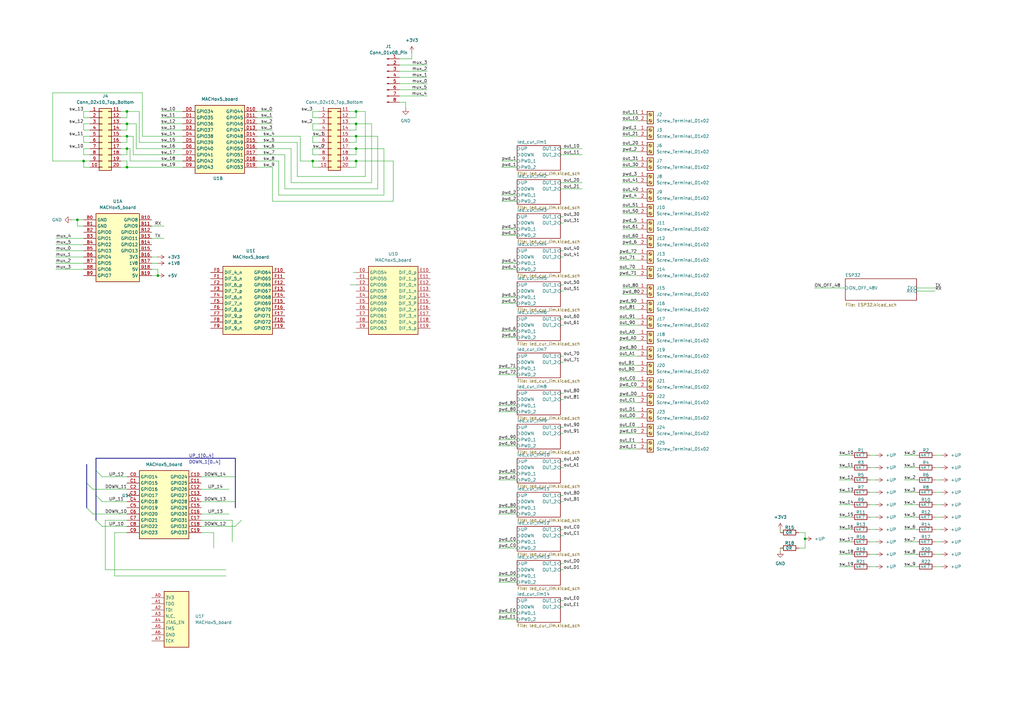
<source format=kicad_sch>
(kicad_sch (version 20231120) (generator "eeschema") (generator_version "8.0")
  (paper "A3")
  (junction (at 31.75 90.17))
  (junction (at 146.05 50.8))
  (junction (at 330.2 220.98))
  (junction (at 34.29 66.04))
  (junction (at 146.05 55.88))
  (junction (at 52.07 50.8))
  (junction (at 146.05 60.96))
  (junction (at 52.07 60.96))
  (junction (at 146.05 66.04))
  (junction (at 52.07 55.88))
  (junction (at 52.07 68.58))
  (junction (at 146.05 45.72))
  (junction (at 64.77 113.03))
  (junction (at 128.27 66.04))
  (junction (at 52.07 45.72))
  (bus_entry (at 96.52 215.9) (size 2.54 -2.54))
  (bus_entry (at 38.1 200.66) (size -2.54 -2.54))
  (bus_entry (at 38.1 210.82) (size -2.54 -2.54))
  (bus_entry (at 41.91 215.9) (size -2.54 -2.54))
  (bus_entry (at 41.91 195.58) (size -2.54 -2.54))
  (bus_entry (at 41.91 205.74) (size -2.54 -2.54))
  (wire (pts (xy 105.41 58.42) (xy 121.92 58.42)))
  (wire (pts (xy 229.87 248.92) (xy 231.14 248.92)))
  (wire (pts (xy 36.83 45.72) (xy 34.29 45.72)))
  (wire (pts (xy 34.29 55.88) (xy 34.29 58.42)))
  (wire (pts (xy 143.51 63.5) (xy 146.05 63.5)))
  (wire (pts (xy 205.74 66.04) (xy 212.09 66.04)))
  (wire (pts (xy 255.27 87.63) (xy 261.62 87.63)))
  (wire (pts (xy 205.74 138.43) (xy 212.09 138.43)))
  (wire (pts (xy 255.27 55.88) (xy 261.62 55.88)))
  (wire (pts (xy 370.84 222.25) (xy 375.92 222.25)))
  (wire (pts (xy 356.87 227.33) (xy 359.41 227.33)))
  (wire (pts (xy 370.84 212.09) (xy 375.92 212.09)))
  (wire (pts (xy 205.74 107.95) (xy 212.09 107.95)))
  (wire (pts (xy 157.48 60.96) (xy 146.05 60.96)))
  (wire (pts (xy 320.04 218.44) (xy 320.04 217.17)))
  (wire (pts (xy 344.17 227.33) (xy 349.25 227.33)))
  (wire (pts (xy 254 133.35) (xy 261.62 133.35)))
  (wire (pts (xy 254 113.03) (xy 261.62 113.03)))
  (wire (pts (xy 229.87 191.77) (xy 231.14 191.77)))
  (wire (pts (xy 255.27 66.04) (xy 261.62 66.04)))
  (wire (pts (xy 57.15 58.42) (xy 57.15 45.72)))
  (wire (pts (xy 254 110.49) (xy 261.62 110.49)))
  (wire (pts (xy 163.83 31.75) (xy 175.26 31.75)))
  (wire (pts (xy 255.27 118.11) (xy 261.62 118.11)))
  (wire (pts (xy 254 156.21) (xy 261.62 156.21)))
  (wire (pts (xy 356.87 201.93) (xy 359.41 201.93)))
  (wire (pts (xy 383.54 186.69) (xy 386.08 186.69)))
  (wire (pts (xy 146.05 45.72) (xy 146.05 48.26)))
  (wire (pts (xy 204.47 254) (xy 212.09 254)))
  (wire (pts (xy 144.78 111.76) (xy 146.05 111.76)))
  (wire (pts (xy 111.76 68.58) (xy 111.76 82.55)))
  (wire (pts (xy 152.4 74.93) (xy 152.4 50.8)))
  (wire (pts (xy 34.29 63.5) (xy 36.83 63.5)))
  (wire (pts (xy 356.87 196.85) (xy 359.41 196.85)))
  (wire (pts (xy 64.77 110.49) (xy 64.77 113.03)))
  (wire (pts (xy 254 168.91) (xy 261.62 168.91)))
  (wire (pts (xy 370.84 196.85) (xy 375.92 196.85)))
  (wire (pts (xy 58.42 38.1) (xy 21.59 38.1)))
  (wire (pts (xy 370.84 201.93) (xy 375.92 201.93)))
  (wire (pts (xy 52.07 45.72) (xy 52.07 48.26)))
  (wire (pts (xy 229.87 91.44) (xy 231.14 91.44)))
  (wire (pts (xy 254 146.05) (xy 261.62 146.05)))
  (wire (pts (xy 255.27 78.74) (xy 261.62 78.74)))
  (wire (pts (xy 344.17 191.77) (xy 349.25 191.77)))
  (wire (pts (xy 54.61 55.88) (xy 52.07 55.88)))
  (bus (pts (xy 35.56 198.12) (xy 35.56 208.28)))
  (wire (pts (xy 229.87 63.5) (xy 238.76 63.5)))
  (wire (pts (xy 229.87 246.38) (xy 231.14 246.38)))
  (wire (pts (xy 255.27 59.69) (xy 261.62 59.69)))
  (wire (pts (xy 254 139.7) (xy 261.62 139.7)))
  (wire (pts (xy 370.84 232.41) (xy 375.92 232.41)))
  (wire (pts (xy 344.17 217.17) (xy 349.25 217.17)))
  (wire (pts (xy 54.61 63.5) (xy 54.61 55.88)))
  (wire (pts (xy 105.41 68.58) (xy 111.76 68.58)))
  (wire (pts (xy 229.87 205.74) (xy 231.14 205.74)))
  (wire (pts (xy 370.84 227.33) (xy 375.92 227.33)))
  (wire (pts (xy 229.87 77.47) (xy 238.76 77.47)))
  (wire (pts (xy 356.87 191.77) (xy 359.41 191.77)))
  (wire (pts (xy 52.07 68.58) (xy 74.93 68.58)))
  (wire (pts (xy 255.27 53.34) (xy 261.62 53.34)))
  (wire (pts (xy 254 149.86) (xy 261.62 149.86)))
  (wire (pts (xy 34.29 60.96) (xy 34.29 63.5)))
  (wire (pts (xy 356.87 217.17) (xy 359.41 217.17)))
  (wire (pts (xy 157.48 80.01) (xy 157.48 60.96)))
  (wire (pts (xy 57.15 45.72) (xy 52.07 45.72)))
  (wire (pts (xy 146.05 55.88) (xy 146.05 58.42)))
  (wire (pts (xy 105.41 48.26) (xy 111.76 48.26)))
  (bus (pts (xy 39.37 203.2) (xy 39.37 213.36)))
  (wire (pts (xy 254 130.81) (xy 261.62 130.81)))
  (wire (pts (xy 254 181.61) (xy 261.62 181.61)))
  (wire (pts (xy 163.83 34.29) (xy 175.26 34.29)))
  (wire (pts (xy 204.47 208.28) (xy 212.09 208.28)))
  (wire (pts (xy 62.23 107.95) (xy 64.77 107.95)))
  (wire (pts (xy 205.74 68.58) (xy 212.09 68.58)))
  (wire (pts (xy 149.86 45.72) (xy 146.05 45.72)))
  (wire (pts (xy 21.59 38.1) (xy 21.59 66.04)))
  (wire (pts (xy 119.38 74.93) (xy 152.4 74.93)))
  (wire (pts (xy 34.29 50.8) (xy 36.83 50.8)))
  (wire (pts (xy 143.51 66.04) (xy 146.05 66.04)))
  (wire (pts (xy 38.1 200.66) (xy 52.07 200.66)))
  (wire (pts (xy 327.66 218.44) (xy 330.2 218.44)))
  (wire (pts (xy 204.47 251.46) (xy 212.09 251.46)))
  (wire (pts (xy 49.53 50.8) (xy 52.07 50.8)))
  (wire (pts (xy 161.29 66.04) (xy 146.05 66.04)))
  (wire (pts (xy 143.51 60.96) (xy 146.05 60.96)))
  (wire (pts (xy 254 162.56) (xy 261.62 162.56)))
  (wire (pts (xy 255.27 68.58) (xy 261.62 68.58)))
  (wire (pts (xy 49.53 63.5) (xy 52.07 63.5)))
  (wire (pts (xy 149.86 72.39) (xy 149.86 45.72)))
  (wire (pts (xy 34.29 97.79) (xy 22.86 97.79)))
  (wire (pts (xy 34.29 100.33) (xy 22.86 100.33)))
  (wire (pts (xy 128.27 53.34) (xy 130.81 53.34)))
  (wire (pts (xy 87.63 218.44) (xy 82.55 218.44)))
  (wire (pts (xy 255.27 91.44) (xy 261.62 91.44)))
  (wire (pts (xy 255.27 62.23) (xy 261.62 62.23)))
  (wire (pts (xy 344.17 212.09) (xy 349.25 212.09)))
  (wire (pts (xy 114.3 66.04) (xy 114.3 80.01)))
  (wire (pts (xy 370.84 186.69) (xy 375.92 186.69)))
  (wire (pts (xy 128.27 45.72) (xy 128.27 48.26)))
  (wire (pts (xy 204.47 151.13) (xy 212.09 151.13)))
  (wire (pts (xy 254 137.16) (xy 261.62 137.16)))
  (wire (pts (xy 383.54 196.85) (xy 386.08 196.85)))
  (wire (pts (xy 344.17 207.01) (xy 349.25 207.01)))
  (wire (pts (xy 168.91 24.13) (xy 168.91 21.59)))
  (wire (pts (xy 254 177.8) (xy 261.62 177.8)))
  (wire (pts (xy 34.29 45.72) (xy 34.29 48.26)))
  (wire (pts (xy 34.29 53.34) (xy 36.83 53.34)))
  (wire (pts (xy 229.87 189.23) (xy 231.14 189.23)))
  (wire (pts (xy 41.91 205.74) (xy 52.07 205.74)))
  (wire (pts (xy 204.47 210.82) (xy 212.09 210.82)))
  (wire (pts (xy 82.55 213.36) (xy 95.25 213.36)))
  (wire (pts (xy 383.54 212.09) (xy 386.08 212.09)))
  (wire (pts (xy 229.87 175.26) (xy 231.14 175.26)))
  (wire (pts (xy 163.83 24.13) (xy 168.91 24.13)))
  (wire (pts (xy 128.27 50.8) (xy 128.27 53.34)))
  (bus (pts (xy 39.37 187.96) (xy 96.52 187.96)))
  (wire (pts (xy 41.91 195.58) (xy 52.07 195.58)))
  (wire (pts (xy 255.27 120.65) (xy 261.62 120.65)))
  (wire (pts (xy 320.04 224.79) (xy 320.04 226.06)))
  (wire (pts (xy 330.2 224.79) (xy 330.2 220.98)))
  (wire (pts (xy 105.41 45.72) (xy 111.76 45.72)))
  (wire (pts (xy 204.47 182.88) (xy 212.09 182.88)))
  (wire (pts (xy 82.55 195.58) (xy 96.52 195.58)))
  (wire (pts (xy 128.27 55.88) (xy 128.27 58.42)))
  (wire (pts (xy 111.76 82.55) (xy 161.29 82.55)))
  (wire (pts (xy 49.53 45.72) (xy 52.07 45.72)))
  (wire (pts (xy 74.93 58.42) (xy 57.15 58.42)))
  (wire (pts (xy 163.83 26.67) (xy 175.26 26.67)))
  (wire (pts (xy 204.47 196.85) (xy 212.09 196.85)))
  (wire (pts (xy 344.17 201.93) (xy 349.25 201.93)))
  (wire (pts (xy 204.47 224.79) (xy 212.09 224.79)))
  (wire (pts (xy 327.66 224.79) (xy 330.2 224.79)))
  (wire (pts (xy 344.17 222.25) (xy 349.25 222.25)))
  (wire (pts (xy 74.93 55.88) (xy 58.42 55.88)))
  (wire (pts (xy 62.23 113.03) (xy 64.77 113.03)))
  (wire (pts (xy 105.41 50.8) (xy 111.76 50.8)))
  (wire (pts (xy 205.74 80.01) (xy 212.09 80.01)))
  (wire (pts (xy 255.27 81.28) (xy 261.62 81.28)))
  (wire (pts (xy 255.27 46.99) (xy 261.62 46.99)))
  (wire (pts (xy 128.27 68.58) (xy 130.81 68.58)))
  (wire (pts (xy 330.2 218.44) (xy 330.2 220.98)))
  (wire (pts (xy 229.87 105.41) (xy 231.14 105.41)))
  (wire (pts (xy 58.42 55.88) (xy 58.42 38.1)))
  (wire (pts (xy 229.87 102.87) (xy 231.14 102.87)))
  (wire (pts (xy 229.87 60.96) (xy 238.76 60.96)))
  (wire (pts (xy 255.27 74.93) (xy 261.62 74.93)))
  (wire (pts (xy 205.74 110.49) (xy 212.09 110.49)))
  (wire (pts (xy 146.05 60.96) (xy 146.05 63.5)))
  (wire (pts (xy 62.23 97.79) (xy 67.31 97.79)))
  (wire (pts (xy 356.87 212.09) (xy 359.41 212.09)))
  (wire (pts (xy 34.29 90.17) (xy 31.75 90.17)))
  (wire (pts (xy 375.92 118.11) (xy 383.54 118.11)))
  (wire (pts (xy 105.41 53.34) (xy 111.76 53.34)))
  (wire (pts (xy 205.74 96.52) (xy 212.09 96.52)))
  (wire (pts (xy 46.99 236.22) (xy 46.99 218.44)))
  (wire (pts (xy 143.51 116.84) (xy 146.05 116.84)))
  (wire (pts (xy 375.92 119.38) (xy 383.54 119.38)))
  (wire (pts (xy 229.87 219.71) (xy 231.14 219.71)))
  (wire (pts (xy 128.27 58.42) (xy 130.81 58.42)))
  (wire (pts (xy 370.84 191.77) (xy 375.92 191.77)))
  (wire (pts (xy 95.25 213.36) (xy 95.25 222.25)))
  (bus (pts (xy 39.37 187.96) (xy 39.37 193.04)))
  (wire (pts (xy 254 124.46) (xy 261.62 124.46)))
  (wire (pts (xy 34.29 48.26) (xy 36.83 48.26)))
  (wire (pts (xy 29.21 90.17) (xy 31.75 90.17)))
  (wire (pts (xy 53.34 60.96) (xy 52.07 60.96)))
  (wire (pts (xy 166.37 41.91) (xy 166.37 44.45)))
  (wire (pts (xy 204.47 236.22) (xy 212.09 236.22)))
  (wire (pts (xy 152.4 50.8) (xy 146.05 50.8)))
  (wire (pts (xy 229.87 148.59) (xy 231.14 148.59)))
  (wire (pts (xy 146.05 66.04) (xy 146.05 68.58)))
  (wire (pts (xy 74.93 63.5) (xy 54.61 63.5)))
  (wire (pts (xy 370.84 207.01) (xy 375.92 207.01)))
  (wire (pts (xy 31.75 92.71) (xy 34.29 92.71)))
  (wire (pts (xy 254 175.26) (xy 261.62 175.26)))
  (wire (pts (xy 229.87 133.35) (xy 231.14 133.35)))
  (wire (pts (xy 229.87 203.2) (xy 231.14 203.2)))
  (wire (pts (xy 128.27 55.88) (xy 130.81 55.88)))
  (wire (pts (xy 205.74 93.98) (xy 212.09 93.98)))
  (wire (pts (xy 254 184.15) (xy 261.62 184.15)))
  (wire (pts (xy 34.29 107.95) (xy 22.86 107.95)))
  (wire (pts (xy 255.27 72.39) (xy 261.62 72.39)))
  (wire (pts (xy 92.71 236.22) (xy 46.99 236.22)))
  (wire (pts (xy 163.83 39.37) (xy 175.26 39.37)))
  (wire (pts (xy 52.07 55.88) (xy 52.07 58.42)))
  (wire (pts (xy 105.41 60.96) (xy 119.38 60.96)))
  (wire (pts (xy 204.47 222.25) (xy 212.09 222.25)))
  (wire (pts (xy 121.92 58.42) (xy 121.92 72.39)))
  (wire (pts (xy 87.63 224.79) (xy 87.63 218.44)))
  (wire (pts (xy 49.53 66.04) (xy 52.07 66.04)))
  (wire (pts (xy 66.04 50.8) (xy 74.93 50.8)))
  (wire (pts (xy 105.41 55.88) (xy 123.19 55.88)))
  (wire (pts (xy 383.54 217.17) (xy 386.08 217.17)))
  (wire (pts (xy 74.93 60.96) (xy 55.88 60.96)))
  (wire (pts (xy 52.07 60.96) (xy 52.07 63.5)))
  (wire (pts (xy 254 104.14) (xy 261.62 104.14)))
  (wire (pts (xy 204.47 180.34) (xy 212.09 180.34)))
  (wire (pts (xy 121.92 72.39) (xy 149.86 72.39)))
  (wire (pts (xy 370.84 217.17) (xy 375.92 217.17)))
  (wire (pts (xy 66.04 53.34) (xy 74.93 53.34)))
  (wire (pts (xy 36.83 66.04) (xy 34.29 66.04)))
  (wire (pts (xy 116.84 63.5) (xy 116.84 77.47)))
  (wire (pts (xy 52.07 50.8) (xy 52.07 53.34)))
  (wire (pts (xy 82.55 200.66) (xy 93.98 200.66)))
  (wire (pts (xy 255.27 49.53) (xy 261.62 49.53)))
  (wire (pts (xy 82.55 215.9) (xy 96.52 215.9)))
  (wire (pts (xy 49.53 53.34) (xy 52.07 53.34)))
  (wire (pts (xy 204.47 166.37) (xy 212.09 166.37)))
  (wire (pts (xy 383.54 227.33) (xy 386.08 227.33)))
  (wire (pts (xy 55.88 60.96) (xy 55.88 50.8)))
  (wire (pts (xy 119.38 60.96) (xy 119.38 74.93)))
  (wire (pts (xy 130.81 66.04) (xy 128.27 66.04)))
  (wire (pts (xy 55.88 50.8) (xy 52.07 50.8)))
  (wire (pts (xy 154.94 77.47) (xy 154.94 55.88)))
  (wire (pts (xy 205.74 121.92) (xy 212.09 121.92)))
  (wire (pts (xy 74.93 66.04) (xy 53.34 66.04)))
  (wire (pts (xy 43.18 233.68) (xy 92.71 233.68)))
  (wire (pts (xy 356.87 232.41) (xy 359.41 232.41)))
  (wire (pts (xy 229.87 119.38) (xy 231.14 119.38)))
  (wire (pts (xy 143.51 55.88) (xy 146.05 55.88)))
  (wire (pts (xy 34.29 50.8) (xy 34.29 53.34)))
  (wire (pts (xy 38.1 210.82) (xy 52.07 210.82)))
  (wire (pts (xy 31.75 90.17) (xy 31.75 92.71)))
  (wire (pts (xy 21.59 66.04) (xy 34.29 66.04)))
  (wire (pts (xy 154.94 55.88) (xy 146.05 55.88)))
  (bus (pts (xy 96.52 187.96) (xy 96.52 208.28)))
  (wire (pts (xy 36.83 55.88) (xy 34.29 55.88)))
  (wire (pts (xy 255.27 93.98) (xy 261.62 93.98)))
  (wire (pts (xy 34.29 110.49) (xy 22.86 110.49)))
  (wire (pts (xy 46.99 218.44) (xy 52.07 218.44)))
  (wire (pts (xy 344.17 196.85) (xy 349.25 196.85)))
  (wire (pts (xy 229.87 74.93) (xy 238.76 74.93)))
  (wire (pts (xy 356.87 186.69) (xy 359.41 186.69)))
  (wire (pts (xy 204.47 153.67) (xy 212.09 153.67)))
  (wire (pts (xy 66.04 45.72) (xy 74.93 45.72)))
  (wire (pts (xy 254 158.75) (xy 261.62 158.75)))
  (wire (pts (xy 254 152.4) (xy 261.62 152.4)))
  (wire (pts (xy 254 143.51) (xy 261.62 143.51)))
  (wire (pts (xy 130.81 60.96) (xy 128.27 60.96)))
  (wire (pts (xy 334.01 118.11) (xy 346.71 118.11)))
  (wire (pts (xy 255.27 97.79) (xy 261.62 97.79)))
  (wire (pts (xy 114.3 80.01) (xy 157.48 80.01)))
  (wire (pts (xy 146.05 48.26) (xy 143.51 48.26)))
  (wire (pts (xy 49.53 60.96) (xy 52.07 60.96)))
  (wire (pts (xy 383.54 207.01) (xy 386.08 207.01)))
  (wire (pts (xy 229.87 116.84) (xy 231.14 116.84)))
  (wire (pts (xy 123.19 55.88) (xy 123.19 66.04)))
  (wire (pts (xy 105.41 66.04) (xy 114.3 66.04)))
  (bus (pts (xy 39.37 193.04) (xy 39.37 203.2)))
  (wire (pts (xy 229.87 217.17) (xy 231.14 217.17)))
  (wire (pts (xy 143.51 53.34) (xy 146.05 53.34)))
  (wire (pts (xy 229.87 163.83) (xy 231.14 163.83)))
  (wire (pts (xy 62.23 105.41) (xy 64.77 105.41)))
  (wire (pts (xy 356.87 207.01) (xy 359.41 207.01)))
  (wire (pts (xy 34.29 66.04) (xy 34.29 68.58)))
  (wire (pts (xy 255.27 85.09) (xy 261.62 85.09)))
  (wire (pts (xy 36.83 60.96) (xy 34.29 60.96)))
  (wire (pts (xy 356.87 222.25) (xy 359.41 222.25)))
  (wire (pts (xy 43.18 213.36) (xy 52.07 213.36)))
  (wire (pts (xy 34.29 102.87) (xy 22.86 102.87)))
  (wire (pts (xy 204.47 168.91) (xy 212.09 168.91)))
  (wire (pts (xy 128.27 60.96) (xy 128.27 63.5)))
  (wire (pts (xy 229.87 146.05) (xy 231.14 146.05)))
  (wire (pts (xy 161.29 82.55) (xy 161.29 66.04)))
  (wire (pts (xy 143.51 50.8) (xy 146.05 50.8)))
  (wire (pts (xy 383.54 232.41) (xy 386.08 232.41)))
  (wire (pts (xy 204.47 238.76) (xy 212.09 238.76)))
  (wire (pts (xy 163.83 41.91) (xy 166.37 41.91)))
  (wire (pts (xy 62.23 110.49) (xy 64.77 110.49)))
  (wire (pts (xy 205.74 135.89) (xy 212.09 135.89)))
  (wire (pts (xy 105.41 63.5) (xy 116.84 63.5)))
  (wire (pts (xy 163.83 29.21) (xy 175.26 29.21)))
  (wire (pts (xy 344.17 186.69) (xy 349.25 186.69)))
  (wire (pts (xy 49.53 55.88) (xy 52.07 55.88)))
  (wire (pts (xy 146.05 50.8) (xy 146.05 53.34)))
  (wire (pts (xy 128.27 48.26) (xy 130.81 48.26)))
  (wire (pts (xy 128.27 63.5) (xy 130.81 63.5)))
  (wire (pts (xy 116.84 77.47) (xy 154.94 77.47)))
  (wire (pts (xy 229.87 130.81) (xy 231.14 130.81)))
  (wire (pts (xy 130.81 50.8) (xy 128.27 50.8)))
  (wire (pts (xy 229.87 88.9) (xy 231.14 88.9)))
  (wire (pts (xy 130.81 45.72) (xy 128.27 45.72)))
  (wire (pts (xy 205.74 124.46) (xy 212.09 124.46)))
  (wire (pts (xy 229.87 233.68) (xy 231.14 233.68)))
  (wire (pts (xy 143.51 45.72) (xy 146.05 45.72)))
  (wire (pts (xy 43.18 233.68) (xy 43.18 213.36)))
  (wire (pts (xy 128.27 66.04) (xy 128.27 68.58)))
  (wire (pts (xy 34.29 58.42) (xy 36.83 58.42)))
  (wire (pts (xy 66.04 48.26) (xy 74.93 48.26)))
  (wire (pts (xy 254 127) (xy 261.62 127)))
  (wire (pts (xy 229.87 177.8) (xy 231.14 177.8)))
  (wire (pts (xy 123.19 66.04) (xy 128.27 66.04)))
  (wire (pts (xy 41.91 215.9) (xy 52.07 215.9)))
  (wire (pts (xy 383.54 201.93) (xy 386.08 201.93)))
  (wire (pts (xy 204.47 194.31) (xy 212.09 194.31)))
  (wire (pts (xy 254 165.1) (xy 261.62 165.1)))
  (wire (pts (xy 143.51 58.42) (xy 146.05 58.42)))
  (wire (pts (xy 255.27 100.33) (xy 261.62 100.33)))
  (wire (pts (xy 82.55 205.74) (xy 96.52 205.74)))
  (wire (pts (xy 229.87 231.14) (xy 231.14 231.14)))
  (wire (pts (xy 49.53 68.58) (xy 52.07 68.58)))
  (wire (pts (xy 254 106.68) (xy 261.62 106.68)))
  (wire (pts (xy 383.54 222.25) (xy 386.08 222.25)))
  (wire (pts (xy 143.51 68.58) (xy 146.05 68.58)))
  (wire (pts (xy 82.55 210.82) (xy 93.98 210.82)))
  (wire (pts (xy 383.54 191.77) (xy 386.08 191.77)))
  (wire (pts (xy 52.07 66.04) (xy 52.07 68.58)))
  (wire (pts (xy 52.07 48.26) (xy 49.53 48.26)))
  (wire (pts (xy 34.29 105.41) (xy 22.86 105.41)))
  (bus (pts (xy 35.56 190.5) (xy 35.56 198.12)))
  (wire (pts (xy 34.29 68.58) (xy 36.83 68.58)))
  (wire (pts (xy 163.83 36.83) (xy 175.26 36.83)))
  (wire (pts (xy 49.53 58.42) (xy 52.07 58.42)))
  (wire (pts (xy 62.23 92.71) (xy 67.31 92.71)))
  (wire (pts (xy 344.17 232.41) (xy 349.25 232.41)))
  (wire (pts (xy 254 171.45) (xy 261.62 171.45)))
  (wire (pts (xy 205.74 82.55) (xy 212.09 82.55)))
  (wire (pts (xy 53.34 66.04) (xy 53.34 60.96)))
  (wire (pts (xy 229.87 161.29) (xy 231.14 161.29)))
  (label "out_50" (at 231.14 116.84 0))
  (label "pwd_72" (at 204.47 153.67 0))
  (label "mux_5" (at 168.91 36.83 0))
  (label "pwd_80" (at 204.47 168.91 0))
  (label "sw_7" (at 370.84 222.25 0))
  (label "UP_1[0..4]" (at 77.47 187.96 0))
  (label "sw_15" (at 66.04 58.42 0))
  (label "pwd_1" (at 255.27 53.34 0))
  (label "sw_0" (at 128.27 60.96 0))
  (label "pwd_E0" (at 204.47 251.46 0))
  (label "sw_11" (at 34.29 55.88 180))
  (label "sw_13" (at 66.04 53.34 0))
  (label "pwd_3" (at 255.27 72.39 0))
  (label "sw_14" (at 66.04 55.88 0))
  (label "pwd_4" (at 255.27 81.28 0))
  (label "sw_5" (at 107.95 58.42 0))
  (label "out_41" (at 255.27 74.93 0))
  (label "out_11" (at 255.27 46.99 0))
  (label "out_D0" (at 254 171.45 0))
  (label "out_D1" (at 231.14 233.68 0))
  (label "sw_4" (at 370.84 207.01 0))
  (label "pwd_E0" (at 254 177.8 0))
  (label "sw_0" (at 111.76 45.72 180))
  (label "sw_16" (at 66.04 60.96 0))
  (label "out_C1" (at 254 165.1 0))
  (label "out_E1" (at 231.14 248.92 0))
  (label "out_A0" (at 254 137.16 0))
  (label "DOWN_10" (at 52.07 210.82 180))
  (label "sw_6" (at 107.95 60.96 0))
  (label "pwd_D0" (at 204.47 236.22 0))
  (label "pwd_A0" (at 204.47 194.31 0))
  (label "UP_10" (at 50.8 215.9 180))
  (label "pwd_D0" (at 254 162.56 0))
  (label "pwd_2" (at 205.74 82.55 0))
  (label "pwd_3" (at 205.74 93.98 0))
  (label "mux_0" (at 22.86 102.87 0))
  (label "sw_15" (at 344.17 212.09 0))
  (label "mux_4" (at 168.91 39.37 0))
  (label "mux_2" (at 22.86 107.95 0))
  (label "mux_0" (at 175.26 34.29 180))
  (label "out_41" (at 231.14 105.41 0))
  (label "pwd_C0" (at 204.47 224.79 0))
  (label "out_80" (at 255.27 118.11 0))
  (label "sw_14" (at 344.17 207.01 0))
  (label "UP_11" (at 50.8 205.74 180))
  (label "pwd_6" (at 205.74 135.89 0))
  (label "sw_19" (at 344.17 232.41 0))
  (label "mux_3" (at 175.26 26.67 180))
  (label "out_31" (at 255.27 66.04 0))
  (label "out_10" (at 255.27 49.53 0))
  (label "out_30" (at 255.27 68.58 0))
  (label "RX" (at 383.54 119.38 0))
  (label "sw_18" (at 66.04 66.04 0))
  (label "out_80" (at 231.14 161.29 0))
  (label "sw_2" (at 370.84 196.85 0))
  (label "DOWN_11" (at 52.07 200.66 180))
  (label "out_A1" (at 254 146.05 0))
  (label "out_D1" (at 254 168.91 0))
  (label "sw_10" (at 66.04 45.72 0))
  (label "out_D0" (at 231.14 231.14 0))
  (label "sw_5" (at 370.84 212.09 0))
  (label "mux_1" (at 175.26 31.75 180))
  (label "pwd_B0" (at 204.47 210.82 0))
  (label "pwd_71" (at 204.47 151.13 0))
  (label "sw_8" (at 370.84 227.33 0))
  (label "pwd_B0" (at 254 143.51 0))
  (label "sw_18" (at 344.17 227.33 0))
  (label "sw_1" (at 111.76 48.26 180))
  (label "sw_11" (at 66.04 48.26 0))
  (label "pwd_80" (at 255.27 120.65 0))
  (label "pwd_A0" (at 254 139.7 0))
  (label "out_C1" (at 231.14 219.71 0))
  (label "out_71" (at 254 106.68 0))
  (label "pwd_1" (at 205.74 66.04 0))
  (label "sw_4" (at 107.95 55.88 0))
  (label "out_40" (at 255.27 78.74 0))
  (label "out_51" (at 255.27 85.09 0))
  (label "out_81" (at 254 127 0))
  (label "pwd_5" (at 255.27 91.44 0))
  (label "UP_12" (at 50.8 195.58 180))
  (label "sw_12" (at 344.17 196.85 0))
  (label "out_B0" (at 231.14 203.2 0))
  (label "out_E0" (at 231.14 246.38 0))
  (label "sw_3" (at 370.84 201.93 0))
  (label "sw_11" (at 344.17 191.77 0))
  (label "out_B1" (at 231.14 205.74 0))
  (label "TX" (at 63.5 97.79 0))
  (label "out_91" (at 254 130.81 0))
  (label "ON_OFF_48" (at 334.01 118.11 0))
  (label "pwd_B0" (at 204.47 208.28 0))
  (label "pwd_4" (at 205.74 107.95 0))
  (label "mux_5" (at 29.21 100.33 180))
  (label "out_60" (at 255.27 97.79 0))
  (label "pwd_80" (at 204.47 166.37 0))
  (label "sw_12" (at 66.04 50.8 0))
  (label "pwd_A0" (at 204.47 196.85 0))
  (label "pwd_E1" (at 254 184.15 0))
  (label "pwd_E1" (at 204.47 254 0))
  (label "out_21" (at 255.27 55.88 0))
  (label "TX" (at 383.54 118.11 0))
  (label "sw_3" (at 128.27 45.72 180))
  (label "out_51" (at 231.14 119.38 0))
  (label "pwd_5" (at 205.74 124.46 0))
  (label "sw_13" (at 344.17 201.93 0))
  (label "sw_17" (at 344.17 222.25 0))
  (label "out_71" (at 231.14 148.59 0))
  (label "out_C0" (at 231.14 217.17 0))
  (label "sw_7" (at 107.95 63.5 0))
  (label "pwd_2" (at 205.74 80.01 0))
  (label "out_E1" (at 254 181.61 0))
  (label "pwd_3" (at 205.74 96.52 0))
  (label "pwd_2" (at 255.27 62.23 0))
  (label "pwd_C0" (at 254 158.75 0))
  (label "sw_2" (at 111.76 50.8 180))
  (label "out_61" (at 255.27 93.98 0))
  (label "out_50" (at 255.27 87.63 0))
  (label "out_81" (at 231.14 163.83 0))
  (label "out_30" (at 231.14 88.9 0))
  (label "out_A0" (at 231.14 189.23 0))
  (label "sw_13" (at 34.29 45.72 180))
  (label "UP_13" (at 91.44 210.82 180))
  (label "mux_3" (at 22.86 110.49 0))
  (label "pwd_90" (at 204.47 180.34 0))
  (label "DOWN_1[0..4]" (at 77.47 190.5 0))
  (label "sw_6" (at 370.84 217.17 0))
  (label "out_60" (at 231.14 130.81 0))
  (label "out_90" (at 254 133.35 0))
  (label "pwd_C0" (at 204.47 222.25 0))
  (label "mux_4" (at 29.21 97.79 180))
  (label "DOWN_13" (at 92.71 205.74 180))
  (label "mux_2" (at 175.26 29.21 180))
  (label "out_B1" (at 260.35 149.86 180))
  (label "pwd_1" (at 205.74 68.58 0))
  (label "out_C0" (at 254 156.21 0))
  (label "sw_10" (at 344.17 186.69 0))
  (label "DOWN_14" (at 92.71 195.58 180))
  (label "sw_10" (at 34.29 60.96 180))
  (label "out_70" (at 254 110.49 0))
  (label "sw_9" (at 370.84 232.41 0))
  (label "out_E0" (at 254 175.26 0))
  (label "sw_2" (at 128.27 50.8 180))
  (label "pwd_90" (at 204.47 182.88 0))
  (label "pwd_D0" (at 204.47 238.76 0))
  (label "out_31" (at 231.14 91.44 0))
  (label "out_21" (at 231.14 77.47 0))
  (label "sw_17" (at 66.04 63.5 0))
  (label "pwd_6" (at 255.27 100.33 0))
  (label "out_61" (at 231.14 133.35 0))
  (label "out_40" (at 231.14 102.87 0))
  (label "out_11" (at 231.14 63.5 0))
  (label "out_B0" (at 260.35 152.4 180))
  (label "out_90" (at 231.14 175.26 0))
  (label "UP_14" (at 91.44 200.66 180))
  (label "out_70" (at 231.14 146.05 0))
  (label "sw_8" (at 107.95 66.04 0))
  (label "sw_16" (at 344.17 217.17 0))
  (label "pwd_71" (at 254 113.03 0))
  (label "sw_19" (at 66.04 68.58 0))
  (label "sw_1" (at 128.27 55.88 0))
  (label "sw_3" (at 111.76 53.34 180))
  (label "pwd_5" (at 205.74 121.92 0))
  (label "pwd_72" (at 254 104.14 0))
  (label "sw_9" (at 107.95 68.58 0))
  (label "pwd_6" (at 205.74 138.43 0))
  (label "out_A1" (at 231.14 191.77 0))
  (label "pwd_90" (at 254 124.46 0))
  (label "out_91" (at 231.14 177.8 0))
  (label "out_10" (at 231.14 60.96 0))
  (label "pwd_4" (at 205.74 110.49 0))
  (label "out_20" (at 231.14 74.93 0))
  (label "RX" (at 63.5 92.71 0))
  (label "DOWN_12" (at 92.71 215.9 180))
  (label "sw_1" (at 370.84 191.77 0))
  (label "mux_1" (at 22.86 105.41 0))
  (label "sw_12" (at 34.29 50.8 180))
  (label "out_20" (at 255.27 59.69 0))
  (label "sw_0" (at 370.84 186.69 0))
  (symbol (lib_id "power:+5V") (at 359.41 222.25 270) (unit 1)
    (property "Reference" "#PWR023" (effects (hide yes)))
    (property "Value" "+UP" (at 363.22 222.2499 90) (effects (justify left)))
    (property "Description" "Power symbol creates a global label with name \"+5V\"" (effects (hide yes)))
  )
  (symbol (lib_id "Connector:Screw_Terminal_01x02") (at 266.7 85.09 0) (unit 1)
    (property "Reference" "J10" (at 269.24 85.0899 0) (effects (justify left)))
    (property "Value" "Screw_Terminal_01x02" (at 269.24 87.6299 0) (effects (justify left)))
    (property "Footprint" "KiCad:TC0203620000G" (effects (hide yes)))
    (property "Description" "Generic screw terminal, single row, 01x02, script generated (kicad-library-utils/schlib/autogen/connector/)" (effects (hide yes)))
  )
  (symbol (lib_id "power:+1V8") (at 320.04 217.17 0) (unit 1)
    (property "Reference" "#PWR019" (effects (hide yes)))
    (property "Value" "+3V3" (at 320.04 212.09 0))
    (property "Description" "Power symbol creates a global label with name \"+1V8\"" (effects (hide yes)))
  )
  (symbol (lib_id "power:+1V8") (at 64.77 107.95 270) (unit 1)
    (property "Reference" "#PWR05" (effects (hide yes)))
    (property "Value" "+1V8" (at 68.58 107.9499 90) (effects (justify left)))
    (property "Description" "Power symbol creates a global label with name \"+1V8\"" (effects (hide yes)))
  )
  (symbol (lib_id "Connector:Screw_Terminal_01x02") (at 266.7 46.99 0) (unit 1)
    (property "Reference" "J2" (at 269.24 46.9899 0) (effects (justify left)))
    (property "Value" "Screw_Terminal_01x02" (at 269.24 49.5299 0) (effects (justify left)))
    (property "Footprint" "KiCad:TC0203620000G" (effects (hide yes)))
    (property "Description" "Generic screw terminal, single row, 01x02, script generated (kicad-library-utils/schlib/autogen/connector/)" (effects (hide yes)))
  )
  (symbol (lib_id "Connector:Conn_01x08_Pin") (at 158.75 31.75 0) (unit 1)
    (property "Reference" "J1" (at 159.385 19.05 0))
    (property "Value" "Conn_01x08_Pin" (at 159.385 21.59 0))
    (property "Footprint" "Connector_PinHeader_2.54mm:PinHeader_1x08_P2.54mm_Vertical" (effects (hide yes)))
    (property "Description" "Generic connector, single row, 01x08, script generated" (effects (hide yes)))
  )
  (symbol (lib_id "power:+5V") (at 386.08 212.09 270) (unit 1)
    (property "Reference" "#PWR018" (effects (hide yes)))
    (property "Value" "+UP" (at 389.89 212.0899 90) (effects (justify left)))
    (property "Description" "Power symbol creates a global label with name \"+5V\"" (effects (hide yes)))
  )
  (symbol (lib_id "Device:R") (at 379.73 201.93 90) (unit 1)
    (property "Reference" "R8" (at 379.73 199.898 90))
    (property "Value" "4K7" (at 379.476 201.93 90))
    (property "Footprint" "Resistor_SMD:R_0603_1608Metric" (effects (hide yes)))
    (property "Description" "Resistor" (effects (hide yes)))
  )
  (symbol (lib_id "Connector:Screw_Terminal_01x02") (at 266.7 175.26 0) (unit 1)
    (property "Reference" "J24" (at 269.24 175.2599 0) (effects (justify left)))
    (property "Value" "Screw_Terminal_01x02" (at 269.24 177.7999 0) (effects (justify left)))
    (property "Footprint" "KiCad:TC0203620000G" (effects (hide yes)))
    (property "Description" "Generic screw terminal, single row, 01x02, script generated (kicad-library-utils/schlib/autogen/connector/)" (effects (hide yes)))
  )
  (symbol (lib_id "Connector:Screw_Terminal_01x02") (at 266.7 168.91 0) (unit 1)
    (property "Reference" "J23" (at 269.24 168.9099 0) (effects (justify left)))
    (property "Value" "Screw_Terminal_01x02" (at 269.24 171.4499 0) (effects (justify left)))
    (property "Footprint" "KiCad:TC0203620000G" (effects (hide yes)))
    (property "Description" "Generic screw terminal, single row, 01x02, script generated (kicad-library-utils/schlib/autogen/connector/)" (effects (hide yes)))
  )
  (symbol (lib_id "Device:R") (at 379.73 232.41 90) (unit 1)
    (property "Reference" "R22" (at 379.73 230.378 90))
    (property "Value" "4K7" (at 379.476 232.41 90))
    (property "Footprint" "Resistor_SMD:R_0603_1608Metric" (effects (hide yes)))
    (property "Description" "Resistor" (effects (hide yes)))
  )
  (symbol (lib_id "power:+5V") (at 359.41 191.77 270) (unit 1)
    (property "Reference" "#PWR09" (effects (hide yes)))
    (property "Value" "+UP" (at 363.22 191.7699 90) (effects (justify left)))
    (property "Description" "Power symbol creates a global label with name \"+5V\"" (effects (hide yes)))
  )
  (symbol (lib_id "Connector:Screw_Terminal_01x02") (at 266.7 59.69 0) (unit 1)
    (property "Reference" "J6" (at 269.24 59.6899 0) (effects (justify left)))
    (property "Value" "Screw_Terminal_01x02" (at 269.24 62.2299 0) (effects (justify left)))
    (property "Footprint" "KiCad:TC0203620000G" (effects (hide yes)))
    (property "Description" "Generic screw terminal, single row, 01x02, script generated (kicad-library-utils/schlib/autogen/connector/)" (effects (hide yes)))
  )
  (symbol (lib_id "Connector:Screw_Terminal_01x02") (at 266.7 118.11 0) (unit 1)
    (property "Reference" "J15" (at 269.24 118.1099 0) (effects (justify left)))
    (property "Value" "Screw_Terminal_01x02" (at 269.24 120.6499 0) (effects (justify left)))
    (property "Footprint" "KiCad:TC0203620000G" (effects (hide yes)))
    (property "Description" "Generic screw terminal, single row, 01x02, script generated (kicad-library-utils/schlib/autogen/connector/)" (effects (hide yes)))
  )
  (symbol (lib_id "Device:R") (at 379.73 191.77 90) (unit 1)
    (property "Reference" "R4" (at 379.73 189.738 90))
    (property "Value" "4K7" (at 379.476 191.77 90))
    (property "Footprint" "Resistor_SMD:R_0603_1608Metric" (effects (hide yes)))
    (property "Description" "Resistor" (effects (hide yes)))
  )
  (symbol (lib_id "power:+5V") (at 386.08 186.69 270) (unit 1)
    (property "Reference" "#PWR08" (effects (hide yes)))
    (property "Value" "+UP" (at 389.89 186.6899 90) (effects (justify left)))
    (property "Description" "Power symbol creates a global label with name \"+5V\"" (effects (hide yes)))
  )
  (symbol (lib_id "Device:R") (at 353.06 222.25 90) (unit 1)
    (property "Reference" "R16" (at 353.06 220.218 90))
    (property "Value" "4K7" (at 352.806 222.25 90))
    (property "Footprint" "Resistor_SMD:R_0603_1608Metric" (effects (hide yes)))
    (property "Description" "Resistor" (effects (hide yes)))
  )
  (symbol (lib_id "power:+5V") (at 359.41 201.93 270) (unit 1)
    (property "Reference" "#PWR013" (effects (hide yes)))
    (property "Value" "+UP" (at 363.22 201.9299 90) (effects (justify left)))
    (property "Description" "Power symbol creates a global label with name \"+5V\"" (effects (hide yes)))
  )
  (symbol (lib_id "Device:R") (at 353.06 227.33 90) (unit 1)
    (property "Reference" "R19" (at 353.06 225.298 90))
    (property "Value" "4K7" (at 352.806 227.33 90))
    (property "Footprint" "Resistor_SMD:R_0603_1608Metric" (effects (hide yes)))
    (property "Description" "Resistor" (effects (hide yes)))
  )
  (symbol (lib_id "Device:R") (at 379.73 222.25 90) (unit 1)
    (property "Reference" "R17" (at 379.73 220.218 90))
    (property "Value" "4K7" (at 379.476 222.25 90))
    (property "Footprint" "Resistor_SMD:R_0603_1608Metric" (effects (hide yes)))
    (property "Description" "Resistor" (effects (hide yes)))
  )
  (symbol (lib_id "Connector_Generic:Conn_02x10_Top_Bottom") (at 41.91 55.88 0) (unit 1)
    (property "Reference" "J4" (at 43.18 39.37 0))
    (property "Value" "Conn_02x10_Top_Bottom" (at 43.18 41.91 0))
    (property "Footprint" "Connector_PinHeader_2.54mm:PinHeader_2x10_P2.54mm_Vertical_SMD" (effects (hide yes)))
    (property "Description" "Generic connector, double row, 02x10, top/bottom pin numbering scheme (row 1: 1...pins_per_row, row2: pins_per_row+1 ... num_pins), script generated (kicad-library-utils/schlib/autogen/connector/)" (effects (hide yes)))
  )
  (symbol (lib_id "power:+5V") (at 386.08 217.17 270) (unit 1)
    (property "Reference" "#PWR021" (effects (hide yes)))
    (property "Value" "+UP" (at 389.89 217.1699 90) (effects (justify left)))
    (property "Description" "Power symbol creates a global label with name \"+5V\"" (effects (hide yes)))
  )
  (symbol (lib_id "Connector:Screw_Terminal_01x02") (at 266.7 143.51 0) (unit 1)
    (property "Reference" "J19" (at 269.24 143.5099 0) (effects (justify left)))
    (property "Value" "Screw_Terminal_01x02" (at 269.24 146.0499 0) (effects (justify left)))
    (property "Footprint" "KiCad:TC0203620000G" (effects (hide yes)))
    (property "Description" "Generic screw terminal, single row, 01x02, script generated (kicad-library-utils/schlib/autogen/connector/)" (effects (hide yes)))
  )
  (symbol (lib_id "power:+5V") (at 386.08 191.77 270) (unit 1)
    (property "Reference" "#PWR010" (effects (hide yes)))
    (property "Value" "+UP" (at 389.89 191.7699 90) (effects (justify left)))
    (property "Description" "Power symbol creates a global label with name \"+5V\"" (effects (hide yes)))
  )
  (symbol (lib_id "Device:R") (at 379.73 186.69 90) (unit 1)
    (property "Reference" "R2" (at 379.73 184.658 90))
    (property "Value" "4K7" (at 379.476 186.69 90))
    (property "Footprint" "Resistor_SMD:R_0603_1608Metric" (effects (hide yes)))
    (property "Description" "Resistor" (effects (hide yes)))
  )
  (symbol (lib_id "Device:R") (at 379.73 217.17 90) (unit 1)
    (property "Reference" "R14" (at 379.73 215.138 90))
    (property "Value" "4K7" (at 379.476 217.17 90))
    (property "Footprint" "Resistor_SMD:R_0603_1608Metric" (effects (hide yes)))
    (property "Description" "Resistor" (effects (hide yes)))
  )
  (symbol (lib_id "Device:R") (at 379.73 207.01 90) (unit 1)
    (property "Reference" "R10" (at 379.73 204.978 90))
    (property "Value" "4K7" (at 379.476 207.01 90))
    (property "Footprint" "Resistor_SMD:R_0603_1608Metric" (effects (hide yes)))
    (property "Description" "Resistor" (effects (hide yes)))
  )
  (symbol (lib_id "power:+5V") (at 330.2 220.98 270) (unit 1)
    (property "Reference" "#PWR022" (effects (hide yes)))
    (property "Value" "+UP" (at 334.01 220.9799 90) (effects (justify left)))
    (property "Description" "Power symbol creates a global label with name \"+5V\"" (effects (hide yes)))
  )
  (symbol (lib_id "power:+5V") (at 386.08 201.93 270) (unit 1)
    (property "Reference" "#PWR014" (effects (hide yes)))
    (property "Value" "+UP" (at 389.89 201.9299 90) (effects (justify left)))
    (property "Description" "Power symbol creates a global label with name \"+5V\"" (effects (hide yes)))
  )
  (symbol (lib_id "power:+5V") (at 359.41 232.41 270) (unit 1)
    (property "Reference" "#PWR028" (effects (hide yes)))
    (property "Value" "+UP" (at 363.22 232.4099 90) (effects (justify left)))
    (property "Description" "Power symbol creates a global label with name \"+5V\"" (effects (hide yes)))
  )
  (symbol (lib_id "power:+5V") (at 359.41 207.01 270) (unit 1)
    (property "Reference" "#PWR015" (effects (hide yes)))
    (property "Value" "+UP" (at 363.22 207.0099 90) (effects (justify left)))
    (property "Description" "Power symbol creates a global label with name \"+5V\"" (effects (hide yes)))
  )
  (symbol (lib_id "machox5_board:MACHox5_board") (at 62.23 245.11 0) (unit 6)
    (property "Reference" "U1" (at 80.01 252.7299 0) (effects (justify left)))
    (property "Value" "MACHox5_board" (at 80.01 255.2699 0) (effects (justify left)))
    (property "Footprint" "machox5_board:machox5_board" (effects (hide yes)))
  )
  (symbol (lib_id "power:+5V") (at 359.41 196.85 270) (unit 1)
    (property "Reference" "#PWR011" (effects (hide yes)))
    (property "Value" "+UP" (at 363.22 196.8499 90) (effects (justify left)))
    (property "Description" "Power symbol creates a global label with name \"+5V\"" (effects (hide yes)))
  )
  (symbol (lib_id "Device:R") (at 353.06 212.09 90) (unit 1)
    (property "Reference" "R11" (at 353.06 210.058 90))
    (property "Value" "4K7" (at 352.806 212.09 90))
    (property "Footprint" "Resistor_SMD:R_0603_1608Metric" (effects (hide yes)))
    (property "Description" "Resistor" (effects (hide yes)))
  )
  (symbol (lib_id "Connector:Screw_Terminal_01x02") (at 266.7 66.04 0) (unit 1)
    (property "Reference" "J7" (at 269.24 66.0399 0) (effects (justify left)))
    (property "Value" "Screw_Terminal_01x02" (at 269.24 68.5799 0) (effects (justify left)))
    (property "Footprint" "KiCad:TC0203620000G" (effects (hide yes)))
    (property "Description" "Generic screw terminal, single row, 01x02, script generated (kicad-library-utils/schlib/autogen/connector/)" (effects (hide yes)))
  )
  (symbol (lib_id "Device:R") (at 353.06 196.85 90) (unit 1)
    (property "Reference" "R5" (at 353.06 194.818 90))
    (property "Value" "4K7" (at 352.806 196.85 90))
    (property "Footprint" "Resistor_SMD:R_0603_1608Metric" (effects (hide yes)))
    (property "Description" "Resistor" (effects (hide yes)))
  )
  (symbol (lib_id "power:GND") (at 320.04 226.06 0) (unit 1)
    (property "Reference" "#PWR025" (effects (hide yes)))
    (property "Value" "GND" (at 320.04 231.14 0))
    (property "Description" "Power symbol creates a global label with name \"GND\" , ground" (effects (hide yes)))
  )
  (symbol (lib_id "Connector:Screw_Terminal_01x02") (at 266.7 91.44 0) (unit 1)
    (property "Reference" "J11" (at 269.24 91.4399 0) (effects (justify left)))
    (property "Value" "Screw_Terminal_01x02" (at 269.24 93.9799 0) (effects (justify left)))
    (property "Footprint" "KiCad:TC0203620000G" (effects (hide yes)))
    (property "Description" "Generic screw terminal, single row, 01x02, script generated (kicad-library-utils/schlib/autogen/connector/)" (effects (hide yes)))
  )
  (symbol (lib_id "Connector:Screw_Terminal_01x02") (at 266.7 162.56 0) (unit 1)
    (property "Reference" "J22" (at 269.24 162.5599 0) (effects (justify left)))
    (property "Value" "Screw_Terminal_01x02" (at 269.24 165.0999 0) (effects (justify left)))
    (property "Footprint" "KiCad:TC0203620000G" (effects (hide yes)))
    (property "Description" "Generic screw terminal, single row, 01x02, script generated (kicad-library-utils/schlib/autogen/connector/)" (effects (hide yes)))
  )
  (symbol (lib_id "Device:R") (at 353.06 232.41 90) (unit 1)
    (property "Reference" "R21" (at 353.06 230.378 90))
    (property "Value" "4K7" (at 352.806 232.41 90))
    (property "Footprint" "Resistor_SMD:R_0603_1608Metric" (effects (hide yes)))
    (property "Description" "Resistor" (effects (hide yes)))
  )
  (symbol (lib_id "Connector:Screw_Terminal_01x02") (at 266.7 130.81 0) (unit 1)
    (property "Reference" "J17" (at 269.24 130.8099 0) (effects (justify left)))
    (property "Value" "Screw_Terminal_01x02" (at 269.24 133.3499 0) (effects (justify left)))
    (property "Footprint" "KiCad:TC0203620000G" (effects (hide yes)))
    (property "Description" "Generic screw terminal, single row, 01x02, script generated (kicad-library-utils/schlib/autogen/connector/)" (effects (hide yes)))
  )
  (symbol (lib_id "Device:R") (at 353.06 217.17 90) (unit 1)
    (property "Reference" "R13" (at 353.06 215.138 90))
    (property "Value" "4K7" (at 352.806 217.17 90))
    (property "Footprint" "Resistor_SMD:R_0603_1608Metric" (effects (hide yes)))
    (property "Description" "Resistor" (effects (hide yes)))
  )
  (symbol (lib_id "power:+5V") (at 64.77 113.03 270) (unit 1)
    (property "Reference" "#PWR06" (effects (hide yes)))
    (property "Value" "+5V" (at 68.58 113.0299 90) (effects (justify left)))
    (property "Description" "Power symbol creates a global label with name \"+5V\"" (effects (hide yes)))
  )
  (symbol (lib_id "Device:R") (at 379.73 196.85 90) (unit 1)
    (property "Reference" "R6" (at 379.73 194.818 90))
    (property "Value" "4K7" (at 379.476 196.85 90))
    (property "Footprint" "Resistor_SMD:R_0603_1608Metric" (effects (hide yes)))
    (property "Description" "Resistor" (effects (hide yes)))
  )
  (symbol (lib_id "Connector:Screw_Terminal_01x02") (at 266.7 124.46 0) (unit 1)
    (property "Reference" "J16" (at 269.24 124.4599 0) (effects (justify left)))
    (property "Value" "Screw_Terminal_01x02" (at 269.24 126.9999 0) (effects (justify left)))
    (property "Footprint" "KiCad:TC0203620000G" (effects (hide yes)))
    (property "Description" "Generic screw terminal, single row, 01x02, script generated (kicad-library-utils/schlib/autogen/connector/)" (effects (hide yes)))
  )
  (symbol (lib_id "Connector:Screw_Terminal_01x02") (at 266.7 53.34 0) (unit 1)
    (property "Reference" "J3" (at 269.24 53.3399 0) (effects (justify left)))
    (property "Value" "Screw_Terminal_01x02" (at 269.24 55.8799 0) (effects (justify left)))
    (property "Footprint" "KiCad:TC0203620000G" (effects (hide yes)))
    (property "Description" "Generic screw terminal, single row, 01x02, script generated (kicad-library-utils/schlib/autogen/connector/)" (effects (hide yes)))
  )
  (symbol (lib_id "Device:R") (at 353.06 207.01 90) (unit 1)
    (property "Reference" "R9" (at 353.06 204.978 90))
    (property "Value" "4K7" (at 352.806 207.01 90))
    (property "Footprint" "Resistor_SMD:R_0603_1608Metric" (effects (hide yes)))
    (property "Description" "Resistor" (effects (hide yes)))
  )
  (symbol (lib_id "machox5_board:MACHox5_board") (at 34.29 90.17 0) (unit 1)
    (property "Reference" "U1" (at 48.26 82.55 0))
    (property "Value" "MACHox5_board" (at 48.26 85.09 0))
    (property "Footprint" "machox5_board:machox5_board" (effects (hide yes)))
  )
  (symbol (lib_id "power:+5V") (at 359.41 227.33 270) (unit 1)
    (property "Reference" "#PWR026" (effects (hide yes)))
    (property "Value" "+UP" (at 363.22 227.3299 90) (effects (justify left)))
    (property "Description" "Power symbol creates a global label with name \"+5V\"" (effects (hide yes)))
  )
  (symbol (lib_id "Connector:Screw_Terminal_01x02") (at 266.7 137.16 0) (unit 1)
    (property "Reference" "J18" (at 269.24 137.1599 0) (effects (justify left)))
    (property "Value" "Screw_Terminal_01x02" (at 269.24 139.6999 0) (effects (justify left)))
    (property "Footprint" "KiCad:TC0203620000G" (effects (hide yes)))
    (property "Description" "Generic screw terminal, single row, 01x02, script generated (kicad-library-utils/schlib/autogen/connector/)" (effects (hide yes)))
  )
  (symbol (lib_id "Device:R") (at 379.73 212.09 90) (unit 1)
    (property "Reference" "R12" (at 379.73 210.058 90))
    (property "Value" "4K7" (at 379.476 212.09 90))
    (property "Footprint" "Resistor_SMD:R_0603_1608Metric" (effects (hide yes)))
    (property "Description" "Resistor" (effects (hide yes)))
  )
  (symbol (lib_id "machox5_board:MACHox5_board") (at 146.05 111.76 0) (unit 4)
    (property "Reference" "U1" (at 161.29 104.14 0))
    (property "Value" "MACHox5_board" (at 161.29 106.68 0))
    (property "Footprint" "machox5_board:machox5_board" (effects (hide yes)))
  )
  (symbol (lib_id "power:+5V") (at 386.08 207.01 270) (unit 1)
    (property "Reference" "#PWR016" (effects (hide yes)))
    (property "Value" "+UP" (at 389.89 207.0099 90) (effects (justify left)))
    (property "Description" "Power symbol creates a global label with name \"+5V\"" (effects (hide yes)))
  )
  (symbol (lib_id "Device:R") (at 353.06 191.77 90) (unit 1)
    (property "Reference" "R3" (at 353.06 189.738 90))
    (property "Value" "4K7" (at 352.806 191.77 90))
    (property "Footprint" "Resistor_SMD:R_0603_1608Metric" (effects (hide yes)))
    (property "Description" "Resistor" (effects (hide yes)))
  )
  (symbol (lib_id "power:+5V") (at 359.41 217.17 270) (unit 1)
    (property "Reference" "#PWR020" (effects (hide yes)))
    (property "Value" "+UP" (at 363.22 217.1699 90) (effects (justify left)))
    (property "Description" "Power symbol creates a global label with name \"+5V\"" (effects (hide yes)))
  )
  (symbol (lib_id "Device:R") (at 323.85 218.44 90) (unit 1)
    (property "Reference" "R15" (at 323.85 216.408 90))
    (property "Value" "0R" (at 323.596 218.44 90))
    (property "Footprint" "Resistor_SMD:R_0805_2012Metric" (effects (hide yes)))
    (property "Description" "Resistor" (effects (hide yes)))
  )
  (symbol (lib_id "Device:R") (at 353.06 201.93 90) (unit 1)
    (property "Reference" "R7" (at 353.06 199.898 90))
    (property "Value" "4K7" (at 352.806 201.93 90))
    (property "Footprint" "Resistor_SMD:R_0603_1608Metric" (effects (hide yes)))
    (property "Description" "Resistor" (effects (hide yes)))
  )
  (symbol (lib_id "machox5_board:MACHox5_board") (at 86.36 111.76 0) (unit 5)
    (property "Reference" "U1" (at 102.87 102.87 0))
    (property "Value" "MACHox5_board" (at 102.87 105.41 0))
    (property "Footprint" "machox5_board:machox5_board" (effects (hide yes)))
  )
  (symbol (lib_id "Connector:Screw_Terminal_01x02") (at 266.7 104.14 0) (unit 1)
    (property "Reference" "J13" (at 269.24 104.1399 0) (effects (justify left)))
    (property "Value" "Screw_Terminal_01x02" (at 269.24 106.6799 0) (effects (justify left)))
    (property "Footprint" "KiCad:TC0203620000G" (effects (hide yes)))
    (property "Description" "Generic screw terminal, single row, 01x02, script generated (kicad-library-utils/schlib/autogen/connector/)" (effects (hide yes)))
  )
  (symbol (lib_id "Connector:Screw_Terminal_01x02") (at 266.7 181.61 0) (unit 1)
    (property "Reference" "J25" (at 269.24 181.6099 0) (effects (justify left)))
    (property "Value" "Screw_Terminal_01x02" (at 269.24 184.1499 0) (effects (justify left)))
    (property "Footprint" "KiCad:TC0203620000G" (effects (hide yes)))
    (property "Description" "Generic screw terminal, single row, 01x02, script generated (kicad-library-utils/schlib/autogen/connector/)" (effects (hide yes)))
  )
  (symbol (lib_id "power:GND") (at 29.21 90.17 270) (unit 1)
    (property "Reference" "#PWR03" (effects (hide yes)))
    (property "Value" "GND" (at 25.4 90.1699 90) (effects (justify right)))
    (property "Description" "Power symbol creates a global label with name \"GND\" , ground" (effects (hide yes)))
  )
  (symbol (lib_id "Connector:Screw_Terminal_01x02") (at 266.7 72.39 0) (unit 1)
    (property "Reference" "J8" (at 269.24 72.3899 0) (effects (justify left)))
    (property "Value" "Screw_Terminal_01x02" (at 269.24 74.9299 0) (effects (justify left)))
    (property "Footprint" "KiCad:TC0203620000G" (effects (hide yes)))
    (property "Description" "Generic screw terminal, single row, 01x02, script generated (kicad-library-utils/schlib/autogen/connector/)" (effects (hide yes)))
  )
  (symbol (lib_id "Connector:Screw_Terminal_01x02") (at 266.7 156.21 0) (unit 1)
    (property "Reference" "J21" (at 269.24 156.2099 0) (effects (justify left)))
    (property "Value" "Screw_Terminal_01x02" (at 269.24 158.7499 0) (effects (justify left)))
    (property "Footprint" "KiCad:TC0203620000G" (effects (hide yes)))
    (property "Description" "Generic screw terminal, single row, 01x02, script generated (kicad-library-utils/schlib/autogen/connector/)" (effects (hide yes)))
  )
  (symbol (lib_id "power:+5V") (at 386.08 222.25 270) (unit 1)
    (property "Reference" "#PWR024" (effects (hide yes)))
    (property "Value" "+UP" (at 389.89 222.2499 90) (effects (justify left)))
    (property "Description" "Power symbol creates a global label with name \"+5V\"" (effects (hide yes)))
  )
  (symbol (lib_id "power:GND") (at 166.37 44.45 0) (unit 1)
    (property "Reference" "#PWR02" (effects (hide yes)))
    (property "Value" "GND" (at 166.37 49.53 0))
    (property "Description" "Power symbol creates a global label with name \"GND\" , ground" (effects (hide yes)))
  )
  (symbol (lib_id "Device:R") (at 353.06 186.69 90) (unit 1)
    (property "Reference" "R1" (at 353.06 184.658 90))
    (property "Value" "4K7" (at 352.806 186.69 90))
    (property "Footprint" "Resistor_SMD:R_0603_1608Metric" (effects (hide yes)))
    (property "Description" "Resistor" (effects (hide yes)))
  )
  (symbol (lib_id "Connector:Screw_Terminal_01x02") (at 266.7 149.86 0) (unit 1)
    (property "Reference" "J20" (at 269.24 149.8599 0) (effects (justify left)))
    (property "Value" "Screw_Terminal_01x02" (at 269.24 152.3999 0) (effects (justify left)))
    (property "Footprint" "KiCad:TC0203620000G" (effects (hide yes)))
    (property "Description" "Generic screw terminal, single row, 01x02, script generated (kicad-library-utils/schlib/autogen/connector/)" (effects (hide yes)))
  )
  (symbol (lib_id "Device:R") (at 323.85 224.79 90) (unit 1)
    (property "Reference" "R18" (at 323.85 222.758 90))
    (property "Value" "0R" (at 323.596 224.79 90))
    (property "Footprint" "Resistor_SMD:R_0603_1608Metric" (effects (hide yes)))
    (property "Description" "Resistor" (effects (hide yes)))
  )
  (symbol (lib_id "machox5_board:MACHox5_board") (at 74.93 45.72 0) (unit 3)
    (property "Reference" "U1" (at 52.07 203.2 0))
    (property "Value" "MACHox5_board" (at 90.17 40.64 0))
    (property "Footprint" "machox5_board:machox5_board" (effects (hide yes)))
  )
  (symbol (lib_id "Connector:Screw_Terminal_01x02") (at 266.7 78.74 0) (unit 1)
    (property "Reference" "J9" (at 269.24 78.7399 0) (effects (justify left)))
    (property "Value" "Screw_Terminal_01x02" (at 269.24 81.2799 0) (effects (justify left)))
    (property "Footprint" "KiCad:TC0203620000G" (effects (hide yes)))
    (property "Description" "Generic screw terminal, single row, 01x02, script generated (kicad-library-utils/schlib/autogen/connector/)" (effects (hide yes)))
  )
  (symbol (lib_id "Device:R") (at 379.73 227.33 90) (unit 1)
    (property "Reference" "R20" (at 379.73 225.298 90))
    (property "Value" "4K7" (at 379.476 227.33 90))
    (property "Footprint" "Resistor_SMD:R_0603_1608Metric" (effects (hide yes)))
    (property "Description" "Resistor" (effects (hide yes)))
  )
  (symbol (lib_id "power:+3V3") (at 64.77 105.41 270) (unit 1)
    (property "Reference" "#PWR04" (effects (hide yes)))
    (property "Value" "+3V3" (at 68.58 105.4099 90) (effects (justify left)))
    (property "Description" "Power symbol creates a global label with name \"+3V3\"" (effects (hide yes)))
  )
  (symbol (lib_id "power:+5V") (at 359.41 212.09 270) (unit 1)
    (property "Reference" "#PWR017" (effects (hide yes)))
    (property "Value" "+UP" (at 363.22 212.0899 90) (effects (justify left)))
    (property "Description" "Power symbol creates a global label with name \"+5V\"" (effects (hide yes)))
  )
  (symbol (lib_id "Connector:Screw_Terminal_01x02") (at 266.7 97.79 0) (unit 1)
    (property "Reference" "J12" (at 269.24 97.7899 0) (effects (justify left)))
    (property "Value" "Screw_Terminal_01x02" (at 269.24 100.3299 0) (effects (justify left)))
    (property "Footprint" "KiCad:TC0203620000G" (effects (hide yes)))
    (property "Description" "Generic screw terminal, single row, 01x02, script generated (kicad-library-utils/schlib/autogen/connector/)" (effects (hide yes)))
  )
  (symbol (lib_id "power:+5V") (at 386.08 232.41 270) (unit 1)
    (property "Reference" "#PWR029" (effects (hide yes)))
    (property "Value" "+UP" (at 389.89 232.4099 90) (effects (justify left)))
    (property "Description" "Power symbol creates a global label with name \"+5V\"" (effects (hide yes)))
  )
  (symbol (lib_id "Connector_Generic:Conn_02x10_Top_Bottom") (at 135.89 55.88 0) (unit 1)
    (property "Reference" "J5" (effects (hide yes)))
    (property "Value" "Conn_02x10_Top_Bottom" (at 137.16 41.91 0))
    (property "Footprint" "Connector_PinHeader_2.54mm:PinHeader_2x10_P2.54mm_Vertical_SMD" (effects (hide yes)))
    (property "Description" "Generic connector, double row, 02x10, top/bottom pin numbering scheme (row 1: 1...pins_per_row, row2: pins_per_row+1 ... num_pins), script generated (kicad-library-utils/schlib/autogen/connector/)" (effects (hide yes)))
  )
  (symbol (lib_id "power:+5V") (at 386.08 196.85 270) (unit 1)
    (property "Reference" "#PWR012" (effects (hide yes)))
    (property "Value" "+UP" (at 389.89 196.8499 90) (effects (justify left)))
    (property "Description" "Power symbol creates a global label with name \"+5V\"" (effects (hide yes)))
  )
  (symbol (lib_id "power:+5V") (at 359.41 186.69 270) (unit 1)
    (property "Reference" "#PWR07" (effects (hide yes)))
    (property "Value" "+UP" (at 363.22 186.6899 90) (effects (justify left)))
    (property "Description" "Power symbol creates a global label with name \"+5V\"" (effects (hide yes)))
  )
  (symbol (lib_id "power:+3V3") (at 168.91 21.59 0) (unit 1)
    (property "Reference" "#PWR01" (effects (hide yes)))
    (property "Value" "+3V3" (at 168.91 16.51 0))
    (property "Description" "Power symbol creates a global label with name \"+3V3\"" (effects (hide yes)))
  )
  (symbol (lib_id "power:+5V") (at 386.08 227.33 270) (unit 1)
    (property "Reference" "#PWR027" (effects (hide yes)))
    (property "Value" "+UP" (at 389.89 227.3299 90) (effects (justify left)))
    (property "Description" "Power symbol creates a global label with name \"+5V\"" (effects (hide yes)))
  )
  (symbol (lib_id "Connector:Screw_Terminal_01x02") (at 266.7 110.49 0) (unit 1)
    (property "Reference" "J14" (at 269.24 110.4899 0) (effects (justify left)))
    (property "Value" "Screw_Terminal_01x02" (at 269.24 113.0299 0) (effects (justify left)))
    (property "Footprint" "KiCad:TC0203620000G" (effects (hide yes)))
    (property "Description" "Generic screw terminal, single row, 01x02, script generated (kicad-library-utils/schlib/autogen/connector/)" (effects (hide yes)))
  )
  (symbol (lib_id "machox5_board:MACHox5_board") (at 52.07 195.58 0) (unit 2)
    (property "Reference" "U1" (at 89.408 73.152 0))
    (property "Value" "MACHox5_board" (at 67.31 190.5 0))
    (property "Footprint" "machox5_board:machox5_board" (effects (hide yes)))
  )
  (sheet (at 212.09 59.69) (size 17.78 10.16) (stroke (width 0.1524))
    (property "Sheetname" "led_cur_lim1" (at 212.09 58.9784 0) (effects (justify left bottom)))
    (property "Sheetfile" "led_cur_lim.kicad_sch" (at 212.09 70.4346 0) (effects (justify left top)))
    (pin "UP" input (at 212.09 60.96 180))
    (pin "DOWN" input (at 212.09 63.5 180))
    (pin "OUT_1" input (at 229.87 60.96 0))
    (pin "OUT_2" input (at 229.87 63.5 0))
    (pin "PWD_1" input (at 212.09 66.04 180))
    (pin "PWD_2" input (at 212.09 68.58 180))
  )
  (sheet (at 212.09 160.02) (size 17.78 10.16) (stroke (width 0.1524))
    (property "Sheetname" "led_cur_lim8" (at 212.09 159.3084 0) (effects (justify left bottom)))
    (property "Sheetfile" "led_cur_lim.kicad_sch" (at 212.09 170.7646 0) (effects (justify left top)))
    (pin "UP" input (at 212.09 161.29 180))
    (pin "DOWN" input (at 212.09 163.83 180))
    (pin "OUT_1" input (at 229.87 161.29 0))
    (pin "OUT_2" input (at 229.87 163.83 0))
    (pin "PWD_1" input (at 212.09 166.37 180))
    (pin "PWD_2" input (at 212.09 168.91 180))
  )
  (sheet (at 212.09 173.99) (size 17.78 10.16) (stroke (width 0.1524))
    (property "Sheetname" "led_cur_lim9" (at 212.09 173.2784 0) (effects (justify left bottom)))
    (property "Sheetfile" "led_cur_lim.kicad_sch" (at 212.09 184.7346 0) (effects (justify left top)))
    (pin "UP" input (at 212.09 175.26 180))
    (pin "DOWN" input (at 212.09 177.8 180))
    (pin "OUT_1" input (at 229.87 175.26 0))
    (pin "OUT_2" input (at 229.87 177.8 0))
    (pin "PWD_1" input (at 212.09 180.34 180))
    (pin "PWD_2" input (at 212.09 182.88 180))
  )
  (sheet (at 346.71 114.3) (size 29.21 8.89) (stroke (width 0.1524))
    (property "Sheetname" "ESP32" (at 346.71 113.5884 0) (effects (justify left bottom)))
    (property "Sheetfile" "ESP32.kicad_sch" (at 346.71 124.2826 0) (effects (justify left top)))
    (pin "ON_OFF_48V" input (at 346.71 118.11 180))
    (pin "TX" input (at 375.92 118.11 0))
    (pin "RX" input (at 375.92 119.38 0))
  )
  (sheet (at 212.09 229.87) (size 17.78 10.16) (stroke (width 0.1524))
    (property "Sheetname" "led_cur_lim13" (at 212.09 229.1584 0) (effects (justify left bottom)))
    (property "Sheetfile" "led_cur_lim.kicad_sch" (at 212.09 240.6146 0) (effects (justify left top)))
    (pin "UP" input (at 212.09 231.14 180))
    (pin "DOWN" input (at 212.09 233.68 180))
    (pin "OUT_1" input (at 229.87 231.14 0))
    (pin "OUT_2" input (at 229.87 233.68 0))
    (pin "PWD_1" input (at 212.09 236.22 180))
    (pin "PWD_2" input (at 212.09 238.76 180))
  )
  (sheet (at 212.09 144.78) (size 17.78 10.16) (stroke (width 0.1524))
    (property "Sheetname" "led_cur_lim7" (at 212.09 144.0684 0) (effects (justify left bottom)))
    (property "Sheetfile" "led_cur_lim.kicad_sch" (at 212.09 155.5246 0) (effects (justify left top)))
    (pin "UP" input (at 212.09 146.05 180))
    (pin "DOWN" input (at 212.09 148.59 180))
    (pin "OUT_1" input (at 229.87 146.05 0))
    (pin "OUT_2" input (at 229.87 148.59 0))
    (pin "PWD_1" input (at 212.09 151.13 180))
    (pin "PWD_2" input (at 212.09 153.67 180))
  )
  (sheet (at 212.09 115.57) (size 17.78 10.16) (stroke (width 0.1524))
    (property "Sheetname" "led_cur_lim5" (at 212.09 114.8584 0) (effects (justify left bottom)))
    (property "Sheetfile" "led_cur_lim.kicad_sch" (at 212.09 126.3146 0) (effects (justify left top)))
    (pin "UP" input (at 212.09 116.84 180))
    (pin "DOWN" input (at 212.09 119.38 180))
    (pin "OUT_1" input (at 229.87 116.84 0))
    (pin "OUT_2" input (at 229.87 119.38 0))
    (pin "PWD_1" input (at 212.09 121.92 180))
    (pin "PWD_2" input (at 212.09 124.46 180))
  )
  (sheet (at 212.09 201.93) (size 17.78 10.16) (stroke (width 0.1524))
    (property "Sheetname" "led_cur_lim11" (at 212.09 201.2184 0) (effects (justify left bottom)))
    (property "Sheetfile" "led_cur_lim.kicad_sch" (at 212.09 212.6746 0) (effects (justify left top)))
    (pin "UP" input (at 212.09 203.2 180))
    (pin "DOWN" input (at 212.09 205.74 180))
    (pin "OUT_1" input (at 229.87 203.2 0))
    (pin "OUT_2" input (at 229.87 205.74 0))
    (pin "PWD_1" input (at 212.09 208.28 180))
    (pin "PWD_2" input (at 212.09 210.82 180))
  )
  (sheet (at 212.09 73.66) (size 17.78 10.16) (stroke (width 0.1524))
    (property "Sheetname" "led_cur_lim2" (at 212.09 72.9484 0) (effects (justify left bottom)))
    (property "Sheetfile" "led_cur_lim.kicad_sch" (at 212.09 84.4046 0) (effects (justify left top)))
    (pin "UP" input (at 212.09 74.93 180))
    (pin "DOWN" input (at 212.09 77.47 180))
    (pin "OUT_1" input (at 229.87 74.93 0))
    (pin "OUT_2" input (at 229.87 77.47 0))
    (pin "PWD_1" input (at 212.09 80.01 180))
    (pin "PWD_2" input (at 212.09 82.55 180))
  )
  (sheet (at 212.09 101.6) (size 17.78 10.16) (stroke (width 0.1524))
    (property "Sheetname" "led_cur_lim4" (at 212.09 100.8884 0) (effects (justify left bottom)))
    (property "Sheetfile" "led_cur_lim.kicad_sch" (at 212.09 112.3446 0) (effects (justify left top)))
    (pin "UP" input (at 212.09 102.87 180))
    (pin "DOWN" input (at 212.09 105.41 180))
    (pin "OUT_1" input (at 229.87 102.87 0))
    (pin "OUT_2" input (at 229.87 105.41 0))
    (pin "PWD_1" input (at 212.09 107.95 180))
    (pin "PWD_2" input (at 212.09 110.49 180))
  )
  (sheet (at 212.09 87.63) (size 17.78 10.16) (stroke (width 0.1524))
    (property "Sheetname" "led_cur_lim3" (at 212.09 86.9184 0) (effects (justify left bottom)))
    (property "Sheetfile" "led_cur_lim.kicad_sch" (at 212.09 98.3746 0) (effects (justify left top)))
    (pin "UP" input (at 212.09 88.9 180))
    (pin "DOWN" input (at 212.09 91.44 180))
    (pin "OUT_1" input (at 229.87 88.9 0))
    (pin "OUT_2" input (at 229.87 91.44 0))
    (pin "PWD_1" input (at 212.09 93.98 180))
    (pin "PWD_2" input (at 212.09 96.52 180))
  )
  (sheet (at 212.09 245.11) (size 17.78 10.16) (stroke (width 0.1524))
    (property "Sheetname" "led_cur_lim14" (at 212.09 244.3984 0) (effects (justify left bottom)))
    (property "Sheetfile" "led_cur_lim.kicad_sch" (at 212.09 255.8546 0) (effects (justify left top)))
    (pin "UP" input (at 212.09 246.38 180))
    (pin "DOWN" input (at 212.09 248.92 180))
    (pin "OUT_1" input (at 229.87 246.38 0))
    (pin "OUT_2" input (at 229.87 248.92 0))
    (pin "PWD_1" input (at 212.09 251.46 180))
    (pin "PWD_2" input (at 212.09 254 180))
  )
  (sheet (at 212.09 187.96) (size 17.78 10.16) (stroke (width 0.1524))
    (property "Sheetname" "led_cur_lim10" (at 212.09 187.2484 0) (effects (justify left bottom)))
    (property "Sheetfile" "led_cur_lim.kicad_sch" (at 212.09 198.7046 0) (effects (justify left top)))
    (pin "UP" input (at 212.09 189.23 180))
    (pin "DOWN" input (at 212.09 191.77 180))
    (pin "OUT_1" input (at 229.87 189.23 0))
    (pin "OUT_2" input (at 229.87 191.77 0))
    (pin "PWD_1" input (at 212.09 194.31 180))
    (pin "PWD_2" input (at 212.09 196.85 180))
  )
  (sheet (at 212.09 129.54) (size 17.78 10.16) (stroke (width 0.1524))
    (property "Sheetname" "led_cur_lim6" (at 212.09 128.8284 0) (effects (justify left bottom)))
    (property "Sheetfile" "led_cur_lim.kicad_sch" (at 212.09 140.2846 0) (effects (justify left top)))
    (pin "UP" input (at 212.09 130.81 180))
    (pin "DOWN" input (at 212.09 133.35 180))
    (pin "OUT_1" input (at 229.87 130.81 0))
    (pin "OUT_2" input (at 229.87 133.35 0))
    (pin "PWD_1" input (at 212.09 135.89 180))
    (pin "PWD_2" input (at 212.09 138.43 180))
  )
  (sheet (at 212.09 215.9) (size 17.78 10.16) (stroke (width 0.1524))
    (property "Sheetname" "led_cur_lim12" (at 212.09 215.1884 0) (effects (justify left bottom)))
    (property "Sheetfile" "led_cur_lim.kicad_sch" (at 212.09 226.6446 0) (effects (justify left top)))
    (pin "UP" input (at 212.09 217.17 180))
    (pin "DOWN" input (at 212.09 219.71 180))
    (pin "OUT_1" input (at 229.87 217.17 0))
    (pin "OUT_2" input (at 229.87 219.71 0))
    (pin "PWD_1" input (at 212.09 222.25 180))
    (pin "PWD_2" input (at 212.09 224.79 180))
  )
)
</source>
